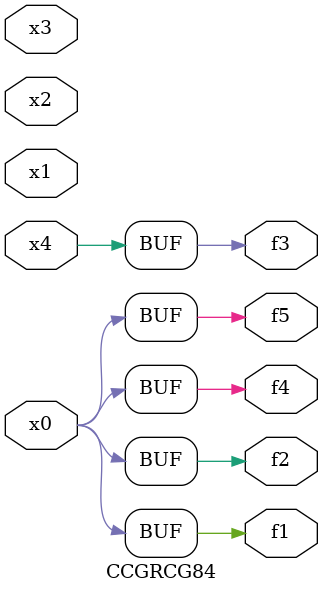
<source format=v>
module CCGRCG84(
	input x0, x1, x2, x3, x4,
	output f1, f2, f3, f4, f5
);
	assign f1 = x0;
	assign f2 = x0;
	assign f3 = x4;
	assign f4 = x0;
	assign f5 = x0;
endmodule

</source>
